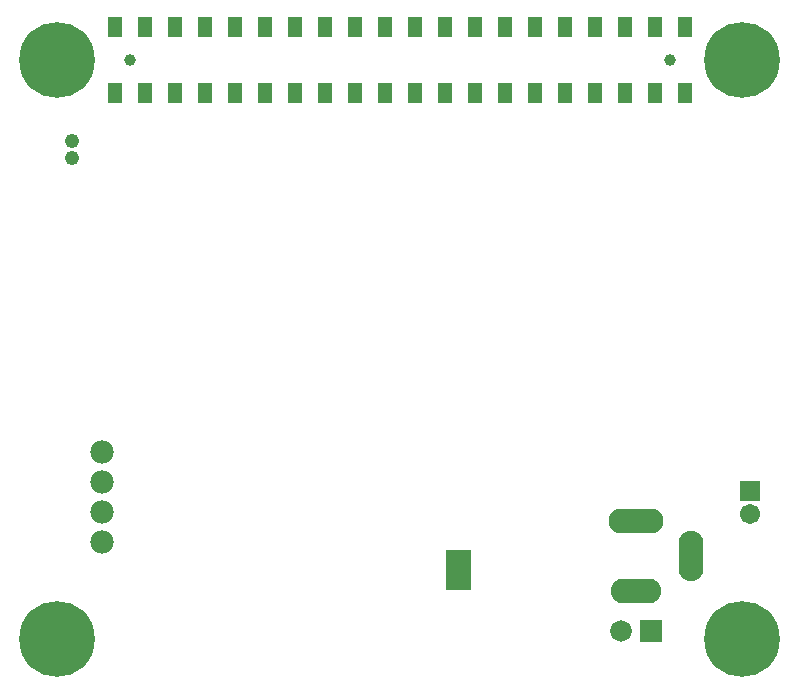
<source format=gbs>
G04 Layer_Color=16711935*
%FSLAX25Y25*%
%MOIN*%
G70*
G01*
G75*
%ADD93C,0.03950*%
%ADD94R,0.03200X0.03200*%
%ADD95C,0.07800*%
%ADD96C,0.07200*%
%ADD97O,0.18300X0.08300*%
%ADD98O,0.16800X0.08300*%
%ADD99R,0.07200X0.07200*%
%ADD100O,0.08300X0.16800*%
%ADD101C,0.06706*%
%ADD102R,0.06706X0.06706*%
%ADD103C,0.25210*%
%ADD104C,0.04800*%
%ADD105R,0.04816X0.06706*%
D93*
X37600Y206500D02*
D03*
X217600D02*
D03*
D94*
X149706Y41506D02*
D03*
X147206D02*
D03*
X149706Y39007D02*
D03*
X147206D02*
D03*
X149706Y36507D02*
D03*
X147206D02*
D03*
X149706Y34007D02*
D03*
X147206D02*
D03*
X149706Y31506D02*
D03*
X147206D02*
D03*
X144706Y41506D02*
D03*
Y36507D02*
D03*
Y39007D02*
D03*
Y31506D02*
D03*
Y34007D02*
D03*
D95*
X28500Y76000D02*
D03*
Y56000D02*
D03*
Y66000D02*
D03*
Y46000D02*
D03*
D96*
X201300Y16085D02*
D03*
D97*
X206300Y53022D02*
D03*
D98*
Y29400D02*
D03*
D99*
X211300Y16085D02*
D03*
D100*
X224804Y41211D02*
D03*
D101*
X244500Y55126D02*
D03*
D102*
Y63000D02*
D03*
D103*
X13327Y206557D02*
D03*
X241673D02*
D03*
Y13643D02*
D03*
X13327D02*
D03*
D104*
X18500Y179500D02*
D03*
Y174000D02*
D03*
D105*
X52600Y195388D02*
D03*
X42600D02*
D03*
X32600D02*
D03*
X62600D02*
D03*
X82600D02*
D03*
X72600D02*
D03*
X92600D02*
D03*
X112600D02*
D03*
X102600D02*
D03*
X42600Y217612D02*
D03*
X32600D02*
D03*
X62600D02*
D03*
X52600D02*
D03*
X92600D02*
D03*
X82600D02*
D03*
X72600D02*
D03*
X112600D02*
D03*
X102600D02*
D03*
X162600Y195388D02*
D03*
X182600D02*
D03*
X172600D02*
D03*
X132600D02*
D03*
X122600D02*
D03*
X152600D02*
D03*
X142600D02*
D03*
X212600D02*
D03*
X192600D02*
D03*
X222600D02*
D03*
X202600D02*
D03*
X122600Y217612D02*
D03*
X142600D02*
D03*
X132600D02*
D03*
X162600D02*
D03*
X152600D02*
D03*
X192600D02*
D03*
X182600D02*
D03*
X202600D02*
D03*
X172600D02*
D03*
X222600D02*
D03*
X212600D02*
D03*
M02*

</source>
